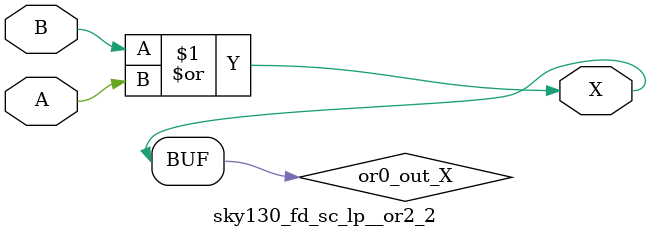
<source format=v>
/*
 * Copyright 2020 The SkyWater PDK Authors
 *
 * Licensed under the Apache License, Version 2.0 (the "License");
 * you may not use this file except in compliance with the License.
 * You may obtain a copy of the License at
 *
 *     https://www.apache.org/licenses/LICENSE-2.0
 *
 * Unless required by applicable law or agreed to in writing, software
 * distributed under the License is distributed on an "AS IS" BASIS,
 * WITHOUT WARRANTIES OR CONDITIONS OF ANY KIND, either express or implied.
 * See the License for the specific language governing permissions and
 * limitations under the License.
 *
 * SPDX-License-Identifier: Apache-2.0
*/


`ifndef SKY130_FD_SC_LP__OR2_2_FUNCTIONAL_V
`define SKY130_FD_SC_LP__OR2_2_FUNCTIONAL_V

/**
 * or2: 2-input OR.
 *
 * Verilog simulation functional model.
 */

`timescale 1ns / 1ps
`default_nettype none

`celldefine
module sky130_fd_sc_lp__or2_2 (
    X,
    A,
    B
);

    // Module ports
    output X;
    input  A;
    input  B;

    // Local signals
    wire or0_out_X;

    //  Name  Output     Other arguments
    or  or0  (or0_out_X, B, A           );
    buf buf0 (X        , or0_out_X      );

endmodule
`endcelldefine

`default_nettype wire
`endif  // SKY130_FD_SC_LP__OR2_2_FUNCTIONAL_V

</source>
